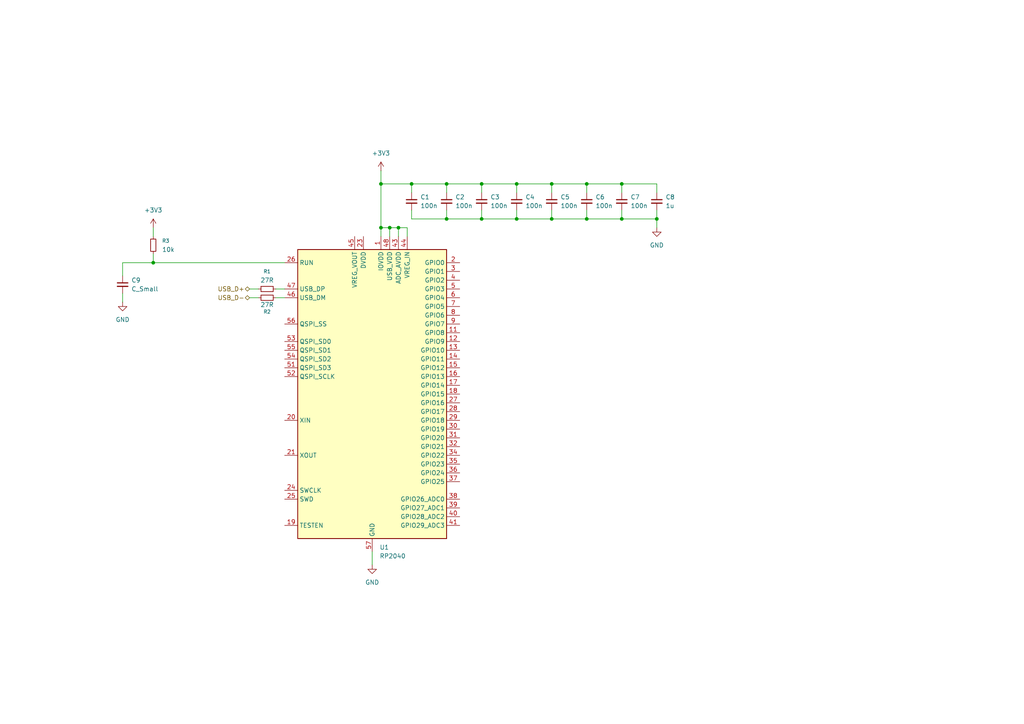
<source format=kicad_sch>
(kicad_sch (version 20250114) (generator "eeschema") (generator_version "9.0")
  (paper "A4")
  (lib_symbols
    (symbol "Device:C_Small" (pin_numbers (hide yes)) (pin_names (offset 0.254) (hide yes))
      (property "Reference" "C" (at 0.254 1.778 0))
      (property "Value" "C_Small" (at 0.254 -2.032 0))
      (symbol "C_Small_0_1"
        (polyline (pts (xy -1.524 0.508) (xy 1.524 0.508)) (stroke (width 0.3048)))
        (polyline (pts (xy -1.524 -0.508) (xy 1.524 -0.508)) (stroke (width 0.3302)))
      )
      (symbol "C_Small_1_1"
        (pin passive line (at 0 2.54 270) (length 2.032) (name "~") (number "1"))
        (pin passive line (at 0 -2.54 90) (length 2.032) (name "~") (number "2"))
      )
    )
    (symbol "Device:R_Small" (pin_numbers (hide yes)) (pin_names (offset 0.254) (hide yes))
      (property "Reference" "R" (at 0 0 90))
      (property "Value" "R_Small" (at 1.778 0 90))
      (symbol "R_Small_0_1"
        (rectangle (start -0.762 1.778) (end 0.762 -1.778) (stroke (width 0.2032)))
      )
      (symbol "R_Small_1_1"
        (pin passive line (at 0 2.54 270) (length 0.762) (name "~") (number "1"))
        (pin passive line (at 0 -2.54 90) (length 0.762) (name "~") (number "2"))
      )
    )
    (symbol "MCU_RaspberryPi:RP2040"
      (property "Reference" "U" (at 17.78 45.72 0))
      (property "Value" "RP2040" (at 17.78 43.18 0))
      (symbol "RP2040_0_1"
        (rectangle (start -21.59 41.91) (end 21.59 -41.91) (stroke (width 0.254)) (fill (type background)))
      )
      (symbol "RP2040_1_1"
        (pin input line (at -25.4 38.1 0) (length 3.81) (name "RUN") (number "26"))
        (pin bidirectional line (at -25.4 30.48 0) (length 3.81) (name "USB_DP") (number "47"))
        (pin bidirectional line (at -25.4 27.94 0) (length 3.81) (name "USB_DM") (number "46"))
        (pin bidirectional line (at -25.4 20.32 0) (length 3.81) (name "QSPI_SS") (number "56"))
        (pin bidirectional line (at -25.4 15.24 0) (length 3.81) (name "QSPI_SD0") (number "53"))
        (pin bidirectional line (at -25.4 12.7 0) (length 3.81) (name "QSPI_SD1") (number "55"))
        (pin bidirectional line (at -25.4 10.16 0) (length 3.81) (name "QSPI_SD2") (number "54"))
        (pin bidirectional line (at -25.4 7.62 0) (length 3.81) (name "QSPI_SD3") (number "51"))
        (pin output line (at -25.4 5.08 0) (length 3.81) (name "QSPI_SCLK") (number "52"))
        (pin input line (at -25.4 -7.62 0) (length 3.81) (name "XIN") (number "20"))
        (pin passive line (at -25.4 -17.78 0) (length 3.81) (name "XOUT") (number "21"))
        (pin input line (at -25.4 -27.94 0) (length 3.81) (name "SWCLK") (number "24"))
        (pin bidirectional line (at -25.4 -30.48 0) (length 3.81) (name "SWD") (number "25"))
        (pin input line (at -25.4 -38.1 0) (length 3.81) (name "TESTEN") (number "19"))
        (pin power_out line (at -5.08 45.72 270) (length 3.81) (name "VREG_VOUT") (number "45"))
        (pin power_in line (at -2.54 45.72 270) (length 3.81) (name "DVDD") (number "23"))
        (pin passive line (at -2.54 45.72 270) (length 3.81) (hide yes) (name "DVDD") (number "50"))
        (pin power_in line (at 0 -45.72 90) (length 3.81) (name "GND") (number "57"))
        (pin power_in line (at 2.54 45.72 270) (length 3.81) (name "IOVDD") (number "1"))
        (pin passive line (at 2.54 45.72 270) (length 3.81) (hide yes) (name "IOVDD") (number "10"))
        (pin passive line (at 2.54 45.72 270) (length 3.81) (hide yes) (name "IOVDD") (number "22"))
        (pin passive line (at 2.54 45.72 270) (length 3.81) (hide yes) (name "IOVDD") (number "33"))
        (pin passive line (at 2.54 45.72 270) (length 3.81) (hide yes) (name "IOVDD") (number "42"))
        (pin passive line (at 2.54 45.72 270) (length 3.81) (hide yes) (name "IOVDD") (number "49"))
        (pin power_in line (at 5.08 45.72 270) (length 3.81) (name "USB_VDD") (number "48"))
        (pin power_in line (at 7.62 45.72 270) (length 3.81) (name "ADC_AVDD") (number "43"))
        (pin power_in line (at 10.16 45.72 270) (length 3.81) (name "VREG_IN") (number "44"))
        (pin bidirectional line (at 25.4 38.1 180) (length 3.81) (name "GPIO0") (number "2"))
        (pin bidirectional line (at 25.4 35.56 180) (length 3.81) (name "GPIO1") (number "3"))
        (pin bidirectional line (at 25.4 33.02 180) (length 3.81) (name "GPIO2") (number "4"))
        (pin bidirectional line (at 25.4 30.48 180) (length 3.81) (name "GPIO3") (number "5"))
        (pin bidirectional line (at 25.4 27.94 180) (length 3.81) (name "GPIO4") (number "6"))
        (pin bidirectional line (at 25.4 25.4 180) (length 3.81) (name "GPIO5") (number "7"))
        (pin bidirectional line (at 25.4 22.86 180) (length 3.81) (name "GPIO6") (number "8"))
        (pin bidirectional line (at 25.4 20.32 180) (length 3.81) (name "GPIO7") (number "9"))
        (pin bidirectional line (at 25.4 17.78 180) (length 3.81) (name "GPIO8") (number "11"))
        (pin bidirectional line (at 25.4 15.24 180) (length 3.81) (name "GPIO9") (number "12"))
        (pin bidirectional line (at 25.4 12.7 180) (length 3.81) (name "GPIO10") (number "13"))
        (pin bidirectional line (at 25.4 10.16 180) (length 3.81) (name "GPIO11") (number "14"))
        (pin bidirectional line (at 25.4 7.62 180) (length 3.81) (name "GPIO12") (number "15"))
        (pin bidirectional line (at 25.4 5.08 180) (length 3.81) (name "GPIO13") (number "16"))
        (pin bidirectional line (at 25.4 2.54 180) (length 3.81) (name "GPIO14") (number "17"))
        (pin bidirectional line (at 25.4 0 180) (length 3.81) (name "GPIO15") (number "18"))
        (pin bidirectional line (at 25.4 -2.54 180) (length 3.81) (name "GPIO16") (number "27"))
        (pin bidirectional line (at 25.4 -5.08 180) (length 3.81) (name "GPIO17") (number "28"))
        (pin bidirectional line (at 25.4 -7.62 180) (length 3.81) (name "GPIO18") (number "29"))
        (pin bidirectional line (at 25.4 -10.16 180) (length 3.81) (name "GPIO19") (number "30"))
        (pin bidirectional line (at 25.4 -12.7 180) (length 3.81) (name "GPIO20") (number "31"))
        (pin bidirectional line (at 25.4 -15.24 180) (length 3.81) (name "GPIO21") (number "32"))
        (pin bidirectional line (at 25.4 -17.78 180) (length 3.81) (name "GPIO22") (number "34"))
        (pin bidirectional line (at 25.4 -20.32 180) (length 3.81) (name "GPIO23") (number "35"))
        (pin bidirectional line (at 25.4 -22.86 180) (length 3.81) (name "GPIO24") (number "36"))
        (pin bidirectional line (at 25.4 -25.4 180) (length 3.81) (name "GPIO25") (number "37"))
        (pin bidirectional line (at 25.4 -30.48 180) (length 3.81) (name "GPIO26_ADC0") (number "38"))
        (pin bidirectional line (at 25.4 -33.02 180) (length 3.81) (name "GPIO27_ADC1") (number "39"))
        (pin bidirectional line (at 25.4 -35.56 180) (length 3.81) (name "GPIO28_ADC2") (number "40"))
        (pin bidirectional line (at 25.4 -38.1 180) (length 3.81) (name "GPIO29_ADC3") (number "41"))
      )
    )
    (symbol "power:+3V3" (power) (pin_numbers (hide yes)) (pin_names (offset 0) (hide yes))
      (property "Value" "+3V3" (at 0 3.556 0))
      (symbol "+3V3_0_1"
        (polyline (pts (xy -0.762 1.27) (xy 0 2.54)))
        (polyline (pts (xy 0 2.54) (xy 0.762 1.27)))
        (polyline (pts (xy 0 0) (xy 0 2.54)))
      )
      (symbol "+3V3_1_1"
        (pin power_in line (at 0 0 90) (length 0) (name "~") (number "1"))
      )
    )
    (symbol "power:GND" (power) (pin_numbers (hide yes)) (pin_names (offset 0) (hide yes))
      (property "Value" "GND" (at 0 -3.81 0))
      (symbol "GND_0_1"
        (polyline (pts (xy 0 0) (xy 0 -1.27) (xy 1.27 -1.27) (xy 0 -2.54) (xy -1.27 -1.27) (xy 0 -1.27)))
      )
      (symbol "GND_1_1"
        (pin power_in line (at 0 0 270) (length 0) (name "~") (number "1"))
      )
    )
  )
  (junction (at 170.18 63.5))
  (junction (at 44.45 76.2))
  (junction (at 129.54 53.34))
  (junction (at 119.38 53.34))
  (junction (at 160.02 63.5))
  (junction (at 110.49 66.04))
  (junction (at 113.03 66.04))
  (junction (at 190.5 63.5))
  (junction (at 139.7 53.34))
  (junction (at 180.34 63.5))
  (junction (at 160.02 53.34))
  (junction (at 149.86 63.5))
  (junction (at 110.49 53.34))
  (junction (at 129.54 63.5))
  (junction (at 170.18 53.34))
  (junction (at 139.7 63.5))
  (junction (at 149.86 53.34))
  (junction (at 115.57 66.04))
  (junction (at 180.34 53.34))
  (wire (pts (xy 44.45 76.2) (xy 82.55 76.2)))
  (wire (pts (xy 180.34 63.5) (xy 190.5 63.5)))
  (wire (pts (xy 80.01 83.82) (xy 82.55 83.82)))
  (wire (pts (xy 129.54 53.34) (xy 119.38 53.34)))
  (wire (pts (xy 129.54 63.5) (xy 139.7 63.5)))
  (wire (pts (xy 113.03 68.58) (xy 113.03 66.04)))
  (wire (pts (xy 35.56 80.01) (xy 35.56 76.2)))
  (wire (pts (xy 180.34 53.34) (xy 170.18 53.34)))
  (wire (pts (xy 119.38 55.88) (xy 119.38 53.34)))
  (wire (pts (xy 110.49 49.53) (xy 110.49 53.34)))
  (wire (pts (xy 139.7 60.96) (xy 139.7 63.5)))
  (wire (pts (xy 180.34 60.96) (xy 180.34 63.5)))
  (wire (pts (xy 110.49 66.04) (xy 110.49 68.58)))
  (wire (pts (xy 170.18 53.34) (xy 170.18 55.88)))
  (wire (pts (xy 170.18 53.34) (xy 160.02 53.34)))
  (wire (pts (xy 44.45 73.66) (xy 44.45 76.2)))
  (wire (pts (xy 35.56 76.2) (xy 44.45 76.2)))
  (wire (pts (xy 190.5 53.34) (xy 190.5 55.88)))
  (wire (pts (xy 180.34 53.34) (xy 180.34 55.88)))
  (wire (pts (xy 149.86 63.5) (xy 160.02 63.5)))
  (wire (pts (xy 129.54 55.88) (xy 129.54 53.34)))
  (wire (pts (xy 115.57 68.58) (xy 115.57 66.04)))
  (wire (pts (xy 72.39 83.82) (xy 74.93 83.82)))
  (wire (pts (xy 160.02 53.34) (xy 149.86 53.34)))
  (wire (pts (xy 160.02 60.96) (xy 160.02 63.5)))
  (wire (pts (xy 110.49 53.34) (xy 119.38 53.34)))
  (wire (pts (xy 44.45 66.04) (xy 44.45 68.58)))
  (wire (pts (xy 80.01 86.36) (xy 82.55 86.36)))
  (wire (pts (xy 190.5 60.96) (xy 190.5 63.5)))
  (wire (pts (xy 113.03 66.04) (xy 110.49 66.04)))
  (wire (pts (xy 72.39 86.36) (xy 74.93 86.36)))
  (wire (pts (xy 118.11 66.04) (xy 115.57 66.04)))
  (wire (pts (xy 149.86 53.34) (xy 149.86 55.88)))
  (wire (pts (xy 139.7 55.88) (xy 139.7 53.34)))
  (wire (pts (xy 119.38 60.96) (xy 119.38 63.5)))
  (wire (pts (xy 149.86 60.96) (xy 149.86 63.5)))
  (wire (pts (xy 118.11 68.58) (xy 118.11 66.04)))
  (wire (pts (xy 190.5 53.34) (xy 180.34 53.34)))
  (wire (pts (xy 149.86 53.34) (xy 139.7 53.34)))
  (wire (pts (xy 35.56 85.09) (xy 35.56 87.63)))
  (wire (pts (xy 170.18 63.5) (xy 180.34 63.5)))
  (wire (pts (xy 170.18 60.96) (xy 170.18 63.5)))
  (wire (pts (xy 107.95 160.02) (xy 107.95 163.83)))
  (wire (pts (xy 139.7 63.5) (xy 149.86 63.5)))
  (wire (pts (xy 160.02 53.34) (xy 160.02 55.88)))
  (wire (pts (xy 139.7 53.34) (xy 129.54 53.34)))
  (wire (pts (xy 190.5 63.5) (xy 190.5 66.04)))
  (wire (pts (xy 115.57 66.04) (xy 113.03 66.04)))
  (wire (pts (xy 129.54 60.96) (xy 129.54 63.5)))
  (wire (pts (xy 119.38 63.5) (xy 129.54 63.5)))
  (wire (pts (xy 110.49 53.34) (xy 110.49 66.04)))
  (wire (pts (xy 160.02 63.5) (xy 170.18 63.5)))
  (hierarchical_label "USB_D+" (shape bidirectional) (at 72.39 83.82 180))
  (hierarchical_label "USB_D-" (shape bidirectional) (at 72.39 86.36 180))
  (symbol (lib_id "Device:C_Small") (at 160.02 58.42 0) (unit 1)
    (property "Reference" "C5" (at 162.56 57.1562 0) (effects (justify left)))
    (property "Value" "100n" (at 162.56 59.6962 0) (effects (justify left)))
    (property "Description" "Unpolarized capacitor, small symbol" (effects (hide yes)))
  )
  (symbol (lib_id "Device:C_Small") (at 190.5 58.42 0) (unit 1)
    (property "Reference" "C8" (at 193.04 57.1562 0) (effects (justify left)))
    (property "Value" "1u" (at 193.04 59.6962 0) (effects (justify left)))
    (property "Description" "Unpolarized capacitor, small symbol" (effects (hide yes)))
  )
  (symbol (lib_id "power:GND") (at 107.95 163.83 0) (unit 1)
    (property "Reference" "#PWR01" (effects (hide yes)))
    (property "Value" "GND" (at 107.95 168.91 0))
    (property "Description" "Power symbol creates a global label with name \"GND\" , ground" (effects (hide yes)))
  )
  (symbol (lib_id "Device:C_Small") (at 119.38 58.42 0) (unit 1)
    (property "Reference" "C1" (at 121.92 57.1562 0) (effects (justify left)))
    (property "Value" "100n" (at 121.92 59.6962 0) (effects (justify left)))
    (property "Description" "Unpolarized capacitor, small symbol" (effects (hide yes)))
  )
  (symbol (lib_id "power:+3V3") (at 110.49 49.53 0) (unit 1)
    (property "Reference" "#PWR02" (effects (hide yes)))
    (property "Value" "+3V3" (at 110.49 44.45 0))
    (property "Description" "Power symbol creates a global label with name \"+3V3\"" (effects (hide yes)))
  )
  (symbol (lib_id "MCU_RaspberryPi:RP2040") (at 107.95 114.3 0) (unit 1)
    (property "Reference" "U1" (at 110.0933 158.75 0) (effects (justify left)))
    (property "Value" "RP2040" (at 110.0933 161.29 0) (effects (justify left)))
    (property "Footprint" "Package_DFN_QFN:QFN-56-1EP_7x7mm_P0.4mm_EP3.2x3.2mm" (effects (hide yes)))
    (property "Datasheet" "https://datasheets.raspberrypi.com/rp2040/rp2040-datasheet.pdf" (effects (hide yes)))
    (property "Description" "A microcontroller by Raspberry Pi" (effects (hide yes)))
  )
  (symbol (lib_id "Device:C_Small") (at 149.86 58.42 0) (unit 1)
    (property "Reference" "C4" (at 152.4 57.1562 0) (effects (justify left)))
    (property "Value" "100n" (at 152.4 59.6962 0) (effects (justify left)))
    (property "Description" "Unpolarized capacitor, small symbol" (effects (hide yes)))
  )
  (symbol (lib_id "Device:C_Small") (at 139.7 58.42 0) (unit 1)
    (property "Reference" "C3" (at 142.24 57.1562 0) (effects (justify left)))
    (property "Value" "100n" (at 142.24 59.6962 0) (effects (justify left)))
    (property "Description" "Unpolarized capacitor, small symbol" (effects (hide yes)))
  )
  (symbol (lib_id "Device:R_Small") (at 44.45 71.12 0) (unit 1)
    (property "Reference" "R3" (at 46.99 69.8499 0) (effects (font (size 1.016 1.016)) (justify left)))
    (property "Value" "10k" (at 46.99 72.3899 0) (effects (justify left)))
    (property "Description" "Resistor, small symbol" (effects (hide yes)))
  )
  (symbol (lib_id "Device:C_Small") (at 180.34 58.42 0) (unit 1)
    (property "Reference" "C7" (at 182.88 57.1562 0) (effects (justify left)))
    (property "Value" "100n" (at 182.88 59.6962 0) (effects (justify left)))
    (property "Description" "Unpolarized capacitor, small symbol" (effects (hide yes)))
  )
  (symbol (lib_id "Device:C_Small") (at 35.56 82.55 0) (unit 1)
    (property "Reference" "C9" (at 38.1 81.2862 0) (effects (justify left)))
    (property "Value" "C_Small" (at 38.1 83.8262 0) (effects (justify left)))
    (property "Description" "Unpolarized capacitor, small symbol" (effects (hide yes)))
  )
  (symbol (lib_id "power:GND") (at 35.56 87.63 0) (unit 1)
    (property "Reference" "#PWR05" (effects (hide yes)))
    (property "Value" "GND" (at 35.56 92.71 0))
    (property "Description" "Power symbol creates a global label with name \"GND\" , ground" (effects (hide yes)))
  )
  (symbol (lib_id "Device:R_Small") (at 77.47 86.36 270) (unit 1)
    (property "Reference" "R2" (at 77.47 90.424 90) (effects (font (size 1.016 1.016))))
    (property "Value" "27R" (at 77.47 88.392 90))
    (property "Description" "Resistor, small symbol" (effects (hide yes)))
  )
  (symbol (lib_id "Device:R_Small") (at 77.47 83.82 90) (unit 1)
    (property "Reference" "R1" (at 77.47 78.74 90) (effects (font (size 1.016 1.016))))
    (property "Value" "27R" (at 77.47 81.28 90))
    (property "Description" "Resistor, small symbol" (effects (hide yes)))
  )
  (symbol (lib_id "Device:C_Small") (at 129.54 58.42 0) (unit 1)
    (property "Reference" "C2" (at 132.08 57.1562 0) (effects (justify left)))
    (property "Value" "100n" (at 132.08 59.6962 0) (effects (justify left)))
    (property "Description" "Unpolarized capacitor, small symbol" (effects (hide yes)))
  )
  (symbol (lib_id "power:+3V3") (at 44.45 66.04 0) (unit 1)
    (property "Reference" "#PWR04" (effects (hide yes)))
    (property "Value" "+3V3" (at 44.45 60.96 0))
    (property "Description" "Power symbol creates a global label with name \"+3V3\"" (effects (hide yes)))
  )
  (symbol (lib_id "power:GND") (at 190.5 66.04 0) (unit 1)
    (property "Reference" "#PWR03" (effects (hide yes)))
    (property "Value" "GND" (at 190.5 71.12 0))
    (property "Description" "Power symbol creates a global label with name \"GND\" , ground" (effects (hide yes)))
  )
  (symbol (lib_id "Device:C_Small") (at 170.18 58.42 0) (unit 1)
    (property "Reference" "C6" (at 172.72 57.1562 0) (effects (justify left)))
    (property "Value" "100n" (at 172.72 59.6962 0) (effects (justify left)))
    (property "Description" "Unpolarized capacitor, small symbol" (effects (hide yes)))
  )
)
</source>
